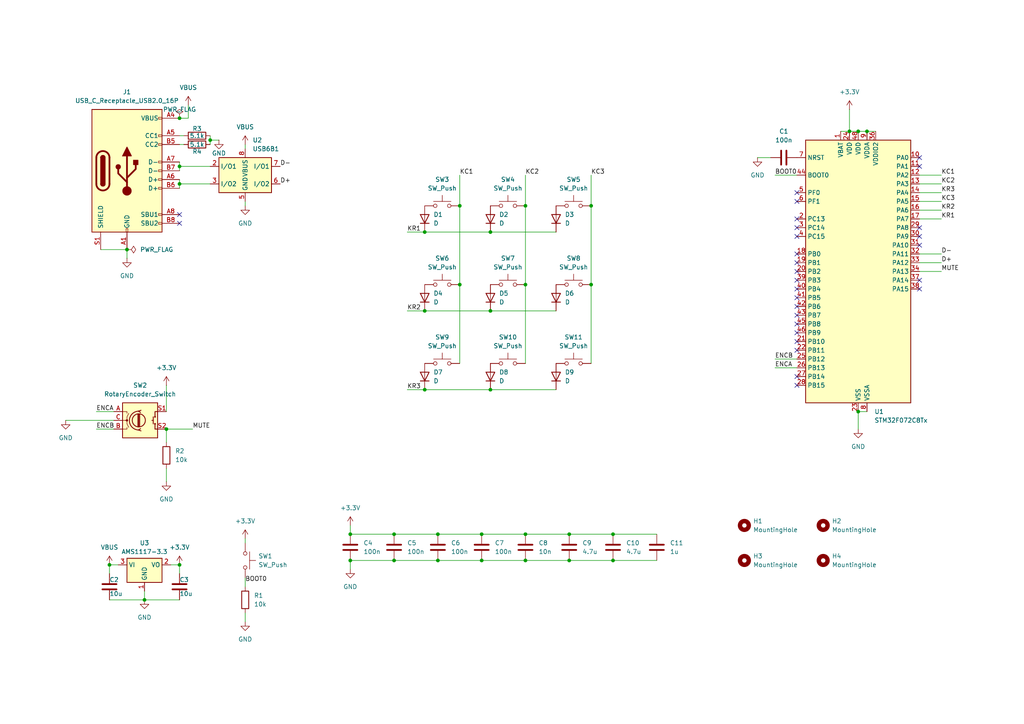
<source format=kicad_sch>
(kicad_sch (version 20250114) (generator "eeschema") (generator_version "9.0")
  (paper "A4")
  (lib_symbols
    (symbol "Connector:USB_C_Receptacle_USB2.0_16P" (pin_names (offset 1.016))
      (property "Reference" "J" (at 0 22.225 0))
      (property "Value" "USB_C_Receptacle_USB2.0_16P" (at 0 19.685 0))
      (symbol "USB_C_Receptacle_USB2.0_16P_0_0"
        (rectangle (start -0.254 -17.78) (end 0.254 -16.764))
        (rectangle (start 10.16 15.494) (end 9.144 14.986))
        (rectangle (start 10.16 10.414) (end 9.144 9.906))
        (rectangle (start 10.16 7.874) (end 9.144 7.366))
        (rectangle (start 10.16 2.794) (end 9.144 2.286))
        (rectangle (start 10.16 0.254) (end 9.144 -0.254))
        (rectangle (start 10.16 -2.286) (end 9.144 -2.794))
        (rectangle (start 10.16 -4.826) (end 9.144 -5.334))
        (rectangle (start 10.16 -12.446) (end 9.144 -12.954))
        (rectangle (start 10.16 -14.986) (end 9.144 -15.494))
      )
      (symbol "USB_C_Receptacle_USB2.0_16P_0_1"
        (rectangle (start -10.16 17.78) (end 10.16 -17.78) (stroke (width 0.254)) (fill (type background)))
        (polyline (pts (xy -8.89 -3.81) (xy -8.89 3.81)) (stroke (width 0.508)))
        (rectangle (start -7.62 -3.81) (end -6.35 3.81) (stroke (width 0.254)) (fill (type outline)))
        (arc (start -7.62 3.81) (mid -6.985 4.4423) (end -6.35 3.81) (stroke (width 0.254)))
        (arc (start -7.62 3.81) (mid -6.985 4.4423) (end -6.35 3.81) (stroke (width 0.254)) (fill (type outline)))
        (arc (start -8.89 3.81) (mid -6.985 5.7067) (end -5.08 3.81) (stroke (width 0.508)))
        (arc (start -5.08 -3.81) (mid -6.985 -5.7067) (end -8.89 -3.81) (stroke (width 0.508)))
        (arc (start -6.35 -3.81) (mid -6.985 -4.4423) (end -7.62 -3.81) (stroke (width 0.254)))
        (arc (start -6.35 -3.81) (mid -6.985 -4.4423) (end -7.62 -3.81) (stroke (width 0.254)) (fill (type outline)))
        (polyline (pts (xy -5.08 3.81) (xy -5.08 -3.81)) (stroke (width 0.508)))
        (circle (center -2.54 1.143) (radius 0.635) (stroke (width 0.254)) (fill (type outline)))
        (polyline (pts (xy -1.27 4.318) (xy 0 6.858) (xy 1.27 4.318) (xy -1.27 4.318)) (stroke (width 0.254)) (fill (type outline)))
        (polyline (pts (xy 0 -2.032) (xy 2.54 0.508) (xy 2.54 1.778)) (stroke (width 0.508)))
        (polyline (pts (xy 0 -3.302) (xy -2.54 -0.762) (xy -2.54 0.508)) (stroke (width 0.508)))
        (polyline (pts (xy 0 -5.842) (xy 0 4.318)) (stroke (width 0.508)))
        (circle (center 0 -5.842) (radius 1.27) (fill (type outline)))
        (rectangle (start 1.905 1.778) (end 3.175 3.048) (stroke (width 0.254)) (fill (type outline)))
      )
      (symbol "USB_C_Receptacle_USB2.0_16P_1_1"
        (pin passive line (at -7.62 -22.86 90) (length 5.08) (name "SHIELD") (number "S1"))
        (pin passive line (at 0 -22.86 90) (length 5.08) (name "GND") (number "A1"))
        (pin passive line (at 0 -22.86 90) (length 5.08) (hide yes) (name "GND") (number "A12"))
        (pin passive line (at 0 -22.86 90) (length 5.08) (hide yes) (name "GND") (number "B1"))
        (pin passive line (at 0 -22.86 90) (length 5.08) (hide yes) (name "GND") (number "B12"))
        (pin passive line (at 15.24 15.24 180) (length 5.08) (name "VBUS") (number "A4"))
        (pin passive line (at 15.24 15.24 180) (length 5.08) (hide yes) (name "VBUS") (number "A9"))
        (pin passive line (at 15.24 15.24 180) (length 5.08) (hide yes) (name "VBUS") (number "B4"))
        (pin passive line (at 15.24 15.24 180) (length 5.08) (hide yes) (name "VBUS") (number "B9"))
        (pin bidirectional line (at 15.24 10.16 180) (length 5.08) (name "CC1") (number "A5"))
        (pin bidirectional line (at 15.24 7.62 180) (length 5.08) (name "CC2") (number "B5"))
        (pin bidirectional line (at 15.24 2.54 180) (length 5.08) (name "D-") (number "A7"))
        (pin bidirectional line (at 15.24 0 180) (length 5.08) (name "D-") (number "B7"))
        (pin bidirectional line (at 15.24 -2.54 180) (length 5.08) (name "D+") (number "A6"))
        (pin bidirectional line (at 15.24 -5.08 180) (length 5.08) (name "D+") (number "B6"))
        (pin bidirectional line (at 15.24 -12.7 180) (length 5.08) (name "SBU1") (number "A8"))
        (pin bidirectional line (at 15.24 -15.24 180) (length 5.08) (name "SBU2") (number "B8"))
      )
    )
    (symbol "Device:C" (pin_numbers (hide yes)) (pin_names (offset 0.254))
      (property "Reference" "C" (at 0.635 2.54 0))
      (property "Value" "C" (at 0.635 -2.54 0))
      (symbol "C_0_1"
        (polyline (pts (xy -2.032 0.762) (xy 2.032 0.762)) (stroke (width 0.508)))
        (polyline (pts (xy -2.032 -0.762) (xy 2.032 -0.762)) (stroke (width 0.508)))
      )
      (symbol "C_1_1"
        (pin passive line (at 0 3.81 270) (length 2.794) (name "~") (number "1"))
        (pin passive line (at 0 -3.81 90) (length 2.794) (name "~") (number "2"))
      )
    )
    (symbol "Device:D" (pin_numbers (hide yes)) (pin_names (offset 1.016) (hide yes))
      (property "Reference" "D" (at 0 2.54 0))
      (property "Value" "D" (at 0 -2.54 0))
      (symbol "D_0_1"
        (polyline (pts (xy -1.27 1.27) (xy -1.27 -1.27)) (stroke (width 0.254)))
        (polyline (pts (xy 1.27 1.27) (xy 1.27 -1.27) (xy -1.27 0) (xy 1.27 1.27)) (stroke (width 0.254)))
        (polyline (pts (xy 1.27 0) (xy -1.27 0)))
      )
      (symbol "D_1_1"
        (pin passive line (at -3.81 0 0) (length 2.54) (name "K") (number "1"))
        (pin passive line (at 3.81 0 180) (length 2.54) (name "A") (number "2"))
      )
    )
    (symbol "Device:R" (pin_numbers (hide yes)) (pin_names (offset 0))
      (property "Reference" "R" (at 2.032 0 90))
      (property "Value" "R" (at 0 0 90))
      (symbol "R_0_1"
        (rectangle (start -1.016 -2.54) (end 1.016 2.54) (stroke (width 0.254)))
      )
      (symbol "R_1_1"
        (pin passive line (at 0 3.81 270) (length 1.27) (name "~") (number "1"))
        (pin passive line (at 0 -3.81 90) (length 1.27) (name "~") (number "2"))
      )
    )
    (symbol "Device:RotaryEncoder_Switch" (pin_names (offset 0.254) (hide yes))
      (property "Reference" "SW" (at 0 6.604 0))
      (property "Value" "RotaryEncoder_Switch" (at 0 -6.604 0))
      (symbol "RotaryEncoder_Switch_0_1"
        (rectangle (start -5.08 5.08) (end 5.08 -5.08) (stroke (width 0.254)) (fill (type background)))
        (polyline (pts (xy -5.08 2.54) (xy -3.81 2.54) (xy -3.81 2.032)))
        (polyline (pts (xy -5.08 0) (xy -3.81 0) (xy -3.81 -1.016) (xy -3.302 -2.032)))
        (polyline (pts (xy -5.08 -2.54) (xy -3.81 -2.54) (xy -3.81 -2.032)))
        (polyline (pts (xy -4.318 0) (xy -3.81 0) (xy -3.81 1.016) (xy -3.302 2.032)))
        (circle (center -3.81 0) (radius 0.254) (fill (type outline)))
        (polyline (pts (xy -0.635 -1.778) (xy -0.635 1.778)) (stroke (width 0.254)))
        (circle (center -0.381 0) (radius 1.905) (stroke (width 0.254)))
        (polyline (pts (xy -0.381 -1.778) (xy -0.381 1.778)) (stroke (width 0.254)))
        (arc (start -0.381 -2.794) (mid -3.0988 -0.0635) (end -0.381 2.667) (stroke (width 0.254)))
        (polyline (pts (xy -0.127 1.778) (xy -0.127 -1.778)) (stroke (width 0.254)))
        (polyline (pts (xy 0.254 2.921) (xy -0.508 2.667) (xy 0.127 2.286)) (stroke (width 0.254)))
        (polyline (pts (xy 0.254 -3.048) (xy -0.508 -2.794) (xy 0.127 -2.413)) (stroke (width 0.254)))
        (polyline (pts (xy 3.81 1.016) (xy 3.81 -1.016)) (stroke (width 0.254)))
        (polyline (pts (xy 3.81 0) (xy 3.429 0)) (stroke (width 0.254)))
        (circle (center 4.318 1.016) (radius 0.127) (stroke (width 0.254)))
        (circle (center 4.318 -1.016) (radius 0.127) (stroke (width 0.254)))
        (polyline (pts (xy 5.08 2.54) (xy 4.318 2.54) (xy 4.318 1.016)) (stroke (width 0.254)))
        (polyline (pts (xy 5.08 -2.54) (xy 4.318 -2.54) (xy 4.318 -1.016)) (stroke (width 0.254)))
      )
      (symbol "RotaryEncoder_Switch_1_1"
        (pin passive line (at -7.62 2.54 0) (length 2.54) (name "A") (number "A"))
        (pin passive line (at -7.62 0 0) (length 2.54) (name "C") (number "C"))
        (pin passive line (at -7.62 -2.54 0) (length 2.54) (name "B") (number "B"))
        (pin passive line (at 7.62 2.54 180) (length 2.54) (name "S1") (number "S1"))
        (pin passive line (at 7.62 -2.54 180) (length 2.54) (name "S2") (number "S2"))
      )
    )
    (symbol "MCU_ST_STM32F0:STM32F072C8Tx"
      (property "Reference" "U" (at -15.24 39.37 0))
      (property "Value" "STM32F072C8Tx" (at 7.62 39.37 0))
      (symbol "STM32F072C8Tx_0_1"
        (rectangle (start -15.24 -38.1) (end 15.24 38.1) (stroke (width 0.254)) (fill (type background)))
      )
      (symbol "STM32F072C8Tx_1_1"
        (pin input line (at -17.78 33.02 0) (length 2.54) (name "NRST") (number "7"))
        (pin input line (at -17.78 27.94 0) (length 2.54) (name "BOOT0") (number "44"))
        (pin bidirectional line (at -17.78 22.86 0) (length 2.54) (name "PF0") (number "5"))
        (pin bidirectional line (at -17.78 20.32 0) (length 2.54) (name "PF1") (number "6"))
        (pin bidirectional line (at -17.78 15.24 0) (length 2.54) (name "PC13") (number "2"))
        (pin bidirectional line (at -17.78 12.7 0) (length 2.54) (name "PC14") (number "3"))
        (pin bidirectional line (at -17.78 10.16 0) (length 2.54) (name "PC15") (number "4"))
        (pin bidirectional line (at -17.78 5.08 0) (length 2.54) (name "PB0") (number "18"))
        (pin bidirectional line (at -17.78 2.54 0) (length 2.54) (name "PB1") (number "19"))
        (pin bidirectional line (at -17.78 0 0) (length 2.54) (name "PB2") (number "20"))
        (pin bidirectional line (at -17.78 -2.54 0) (length 2.54) (name "PB3") (number "39"))
        (pin bidirectional line (at -17.78 -5.08 0) (length 2.54) (name "PB4") (number "40"))
        (pin bidirectional line (at -17.78 -7.62 0) (length 2.54) (name "PB5") (number "41"))
        (pin bidirectional line (at -17.78 -10.16 0) (length 2.54) (name "PB6") (number "42"))
        (pin bidirectional line (at -17.78 -12.7 0) (length 2.54) (name "PB7") (number "43"))
        (pin bidirectional line (at -17.78 -15.24 0) (length 2.54) (name "PB8") (number "45"))
        (pin bidirectional line (at -17.78 -17.78 0) (length 2.54) (name "PB9") (number "46"))
        (pin bidirectional line (at -17.78 -20.32 0) (length 2.54) (name "PB10") (number "21"))
        (pin bidirectional line (at -17.78 -22.86 0) (length 2.54) (name "PB11") (number "22"))
        (pin bidirectional line (at -17.78 -25.4 0) (length 2.54) (name "PB12") (number "25"))
        (pin bidirectional line (at -17.78 -27.94 0) (length 2.54) (name "PB13") (number "26"))
        (pin bidirectional line (at -17.78 -30.48 0) (length 2.54) (name "PB14") (number "27"))
        (pin bidirectional line (at -17.78 -33.02 0) (length 2.54) (name "PB15") (number "28"))
        (pin power_in line (at -5.08 40.64 270) (length 2.54) (name "VBAT") (number "1"))
        (pin power_in line (at -2.54 40.64 270) (length 2.54) (name "VDD") (number "24"))
        (pin power_in line (at 0 40.64 270) (length 2.54) (name "VDD") (number "48"))
        (pin power_in line (at 0 -40.64 90) (length 2.54) (name "VSS") (number "23"))
        (pin passive line (at 0 -40.64 90) (length 2.54) (hide yes) (name "VSS") (number "35"))
        (pin passive line (at 0 -40.64 90) (length 2.54) (hide yes) (name "VSS") (number "47"))
        (pin power_in line (at 2.54 40.64 270) (length 2.54) (name "VDDA") (number "9"))
        (pin power_in line (at 2.54 -40.64 90) (length 2.54) (name "VSSA") (number "8"))
        (pin power_in line (at 5.08 40.64 270) (length 2.54) (name "VDDIO2") (number "36"))
        (pin bidirectional line (at 17.78 33.02 180) (length 2.54) (name "PA0") (number "10"))
        (pin bidirectional line (at 17.78 30.48 180) (length 2.54) (name "PA1") (number "11"))
        (pin bidirectional line (at 17.78 27.94 180) (length 2.54) (name "PA2") (number "12"))
        (pin bidirectional line (at 17.78 25.4 180) (length 2.54) (name "PA3") (number "13"))
        (pin bidirectional line (at 17.78 22.86 180) (length 2.54) (name "PA4") (number "14"))
        (pin bidirectional line (at 17.78 20.32 180) (length 2.54) (name "PA5") (number "15"))
        (pin bidirectional line (at 17.78 17.78 180) (length 2.54) (name "PA6") (number "16"))
        (pin bidirectional line (at 17.78 15.24 180) (length 2.54) (name "PA7") (number "17"))
        (pin bidirectional line (at 17.78 12.7 180) (length 2.54) (name "PA8") (number "29"))
        (pin bidirectional line (at 17.78 10.16 180) (length 2.54) (name "PA9") (number "30"))
        (pin bidirectional line (at 17.78 7.62 180) (length 2.54) (name "PA10") (number "31"))
        (pin bidirectional line (at 17.78 5.08 180) (length 2.54) (name "PA11") (number "32"))
        (pin bidirectional line (at 17.78 2.54 180) (length 2.54) (name "PA12") (number "33"))
        (pin bidirectional line (at 17.78 0 180) (length 2.54) (name "PA13") (number "34"))
        (pin bidirectional line (at 17.78 -2.54 180) (length 2.54) (name "PA14") (number "37"))
        (pin bidirectional line (at 17.78 -5.08 180) (length 2.54) (name "PA15") (number "38"))
      )
    )
    (symbol "Mechanical:MountingHole" (pin_names (offset 1.016)) (in_bom no)
      (property "Reference" "H" (at 0 5.08 0))
      (property "Value" "MountingHole" (at 0 3.175 0))
      (symbol "MountingHole_0_1"
        (circle (center 0 0) (radius 1.27) (stroke (width 1.27)))
      )
    )
    (symbol "Power_Protection:USB6B1"
      (property "Reference" "U" (at 6.35 6.35 0))
      (property "Value" "USB6B1" (at 5.08 -6.35 0))
      (symbol "USB6B1_0_1"
        (rectangle (start -7.62 -5.08) (end 7.62 5.08) (stroke (width 0.254)) (fill (type background)))
      )
      (symbol "USB6B1_1_1"
        (pin passive line (at -10.16 2.54 0) (length 2.54) (name "I/O1") (number "2"))
        (pin passive line (at -10.16 -2.54 0) (length 2.54) (name "I/O2") (number "3"))
        (pin passive line (at 0 7.62 270) (length 2.54) (hide yes) (name "VBUS") (number "1"))
        (pin passive line (at 0 7.62 270) (length 2.54) (name "VBUS") (number "8"))
        (pin passive line (at 0 -7.62 90) (length 2.54) (hide yes) (name "GND") (number "4"))
        (pin passive line (at 0 -7.62 90) (length 2.54) (name "GND") (number "5"))
        (pin passive line (at 10.16 2.54 180) (length 2.54) (name "I/O1") (number "7"))
        (pin passive line (at 10.16 -2.54 180) (length 2.54) (name "I/O2") (number "6"))
      )
    )
    (symbol "Regulator_Linear:AMS1117-3.3"
      (property "Reference" "U" (at -3.81 3.175 0))
      (property "Value" "AMS1117-3.3" (at 0 3.175 0))
      (symbol "AMS1117-3.3_0_1"
        (rectangle (start -5.08 -5.08) (end 5.08 1.905) (stroke (width 0.254)) (fill (type background)))
      )
      (symbol "AMS1117-3.3_1_1"
        (pin power_in line (at -7.62 0 0) (length 2.54) (name "VI") (number "3"))
        (pin power_in line (at 0 -7.62 90) (length 2.54) (name "GND") (number "1"))
        (pin power_out line (at 7.62 0 180) (length 2.54) (name "VO") (number "2"))
      )
    )
    (symbol "Switch:SW_Push" (pin_numbers (hide yes)) (pin_names (offset 1.016) (hide yes))
      (property "Reference" "SW" (at 1.27 2.54 0))
      (property "Value" "SW_Push" (at 0 -1.524 0))
      (symbol "SW_Push_0_1"
        (circle (center -2.032 0) (radius 0.508))
        (polyline (pts (xy 0 1.27) (xy 0 3.048)))
        (circle (center 2.032 0) (radius 0.508))
        (polyline (pts (xy 2.54 1.27) (xy -2.54 1.27)))
        (pin passive line (at -5.08 0 0) (length 2.54) (name "1") (number "1"))
        (pin passive line (at 5.08 0 180) (length 2.54) (name "2") (number "2"))
      )
    )
    (symbol "power:+3.3V" (power) (pin_numbers (hide yes)) (pin_names (offset 0) (hide yes))
      (property "Value" "+3.3V" (at 0 3.556 0))
      (symbol "+3.3V_0_1"
        (polyline (pts (xy -0.762 1.27) (xy 0 2.54)))
        (polyline (pts (xy 0 2.54) (xy 0.762 1.27)))
        (polyline (pts (xy 0 0) (xy 0 2.54)))
      )
      (symbol "+3.3V_1_1"
        (pin power_in line (at 0 0 90) (length 0) (name "~") (number "1"))
      )
    )
    (symbol "power:GND" (power) (pin_numbers (hide yes)) (pin_names (offset 0) (hide yes))
      (property "Value" "GND" (at 0 -3.81 0))
      (symbol "GND_0_1"
        (polyline (pts (xy 0 0) (xy 0 -1.27) (xy 1.27 -1.27) (xy 0 -2.54) (xy -1.27 -1.27) (xy 0 -1.27)))
      )
      (symbol "GND_1_1"
        (pin power_in line (at 0 0 270) (length 0) (name "~") (number "1"))
      )
    )
    (symbol "power:PWR_FLAG" (power) (pin_numbers (hide yes)) (pin_names (offset 0) (hide yes))
      (property "Value" "PWR_FLAG" (at 0 3.81 0))
      (symbol "PWR_FLAG_0_0"
        (pin power_out line (at 0 0 90) (length 0) (name "~") (number "1"))
      )
      (symbol "PWR_FLAG_0_1"
        (polyline (pts (xy 0 0) (xy 0 1.27) (xy -1.016 1.905) (xy 0 2.54) (xy 1.016 1.905) (xy 0 1.27)))
      )
    )
    (symbol "power:VBUS" (power) (pin_numbers (hide yes)) (pin_names (offset 0) (hide yes))
      (property "Value" "VBUS" (at 0 3.556 0))
      (symbol "VBUS_0_1"
        (polyline (pts (xy -0.762 1.27) (xy 0 2.54)))
        (polyline (pts (xy 0 2.54) (xy 0.762 1.27)))
        (polyline (pts (xy 0 0) (xy 0 2.54)))
      )
      (symbol "VBUS_1_1"
        (pin power_in line (at 0 0 90) (length 0) (name "~") (number "1"))
      )
    )
  )
  (junction (at 52.07 163.83))
  (junction (at 139.7 162.56))
  (junction (at 127 162.56))
  (junction (at 31.75 163.83))
  (junction (at 165.1 154.94))
  (junction (at 123.19 113.03))
  (junction (at 123.19 90.17))
  (junction (at 101.6 154.94))
  (junction (at 246.38 38.1))
  (junction (at 152.4 154.94))
  (junction (at 48.26 124.46))
  (junction (at 142.24 67.31))
  (junction (at 133.35 59.69))
  (junction (at 177.8 154.94))
  (junction (at 142.24 113.03))
  (junction (at 152.4 59.69))
  (junction (at 142.24 90.17))
  (junction (at 177.8 162.56))
  (junction (at 60.96 40.64))
  (junction (at 36.83 72.39))
  (junction (at 127 154.94))
  (junction (at 171.45 59.69))
  (junction (at 114.3 162.56))
  (junction (at 101.6 162.56))
  (junction (at 139.7 154.94))
  (junction (at 41.91 173.99))
  (junction (at 114.3 154.94))
  (junction (at 248.92 38.1))
  (junction (at 52.07 34.29))
  (junction (at 123.19 67.31))
  (junction (at 165.1 162.56))
  (junction (at 248.92 119.38))
  (junction (at 152.4 82.55))
  (junction (at 52.07 53.34))
  (junction (at 133.35 82.55))
  (junction (at 52.07 48.26))
  (junction (at 152.4 162.56))
  (junction (at 171.45 82.55))
  (junction (at 251.46 38.1))
  (no_connect (at 231.14 109.22))
  (no_connect (at 231.14 91.44))
  (no_connect (at 231.14 88.9))
  (no_connect (at 52.07 64.77))
  (no_connect (at 266.7 68.58))
  (no_connect (at 231.14 81.28))
  (no_connect (at 231.14 73.66))
  (no_connect (at 231.14 63.5))
  (no_connect (at 231.14 83.82))
  (no_connect (at 231.14 111.76))
  (no_connect (at 231.14 76.2))
  (no_connect (at 231.14 58.42))
  (no_connect (at 266.7 71.12))
  (no_connect (at 52.07 62.23))
  (no_connect (at 231.14 68.58))
  (no_connect (at 231.14 101.6))
  (no_connect (at 266.7 81.28))
  (no_connect (at 231.14 86.36))
  (no_connect (at 231.14 78.74))
  (no_connect (at 266.7 45.72))
  (no_connect (at 231.14 96.52))
  (no_connect (at 231.14 93.98))
  (no_connect (at 266.7 83.82))
  (no_connect (at 231.14 55.88))
  (no_connect (at 266.7 66.04))
  (no_connect (at 266.7 48.26))
  (no_connect (at 231.14 66.04))
  (no_connect (at 231.14 99.06))
  (wire (pts (xy 139.7 162.56) (xy 152.4 162.56)))
  (wire (pts (xy 248.92 119.38) (xy 251.46 119.38)))
  (wire (pts (xy 243.84 38.1) (xy 246.38 38.1)))
  (wire (pts (xy 52.07 163.83) (xy 52.07 166.37)))
  (wire (pts (xy 29.21 72.39) (xy 36.83 72.39)))
  (wire (pts (xy 53.34 41.91) (xy 52.07 41.91)))
  (wire (pts (xy 101.6 154.94) (xy 114.3 154.94)))
  (wire (pts (xy 36.83 74.93) (xy 36.83 72.39)))
  (wire (pts (xy 246.38 38.1) (xy 248.92 38.1)))
  (wire (pts (xy 133.35 59.69) (xy 133.35 82.55)))
  (wire (pts (xy 48.26 111.76) (xy 48.26 119.38)))
  (wire (pts (xy 55.88 124.46) (xy 48.26 124.46)))
  (wire (pts (xy 71.12 41.91) (xy 71.12 43.18)))
  (wire (pts (xy 101.6 152.4) (xy 101.6 154.94)))
  (wire (pts (xy 71.12 167.64) (xy 71.12 170.18)))
  (wire (pts (xy 165.1 162.56) (xy 177.8 162.56)))
  (wire (pts (xy 152.4 82.55) (xy 152.4 105.41)))
  (wire (pts (xy 52.07 163.83) (xy 49.53 163.83)))
  (wire (pts (xy 60.96 40.64) (xy 60.96 41.91)))
  (wire (pts (xy 266.7 50.8) (xy 273.05 50.8)))
  (wire (pts (xy 224.79 104.14) (xy 231.14 104.14)))
  (wire (pts (xy 118.11 113.03) (xy 123.19 113.03)))
  (wire (pts (xy 31.75 163.83) (xy 31.75 166.37)))
  (wire (pts (xy 266.7 60.96) (xy 273.05 60.96)))
  (wire (pts (xy 123.19 67.31) (xy 142.24 67.31)))
  (wire (pts (xy 114.3 162.56) (xy 127 162.56)))
  (wire (pts (xy 142.24 113.03) (xy 161.29 113.03)))
  (wire (pts (xy 127 154.94) (xy 139.7 154.94)))
  (wire (pts (xy 224.79 106.68) (xy 231.14 106.68)))
  (wire (pts (xy 71.12 156.21) (xy 71.12 157.48)))
  (wire (pts (xy 101.6 162.56) (xy 101.6 165.1)))
  (wire (pts (xy 118.11 90.17) (xy 123.19 90.17)))
  (wire (pts (xy 171.45 50.8) (xy 171.45 59.69)))
  (wire (pts (xy 31.75 173.99) (xy 41.91 173.99)))
  (wire (pts (xy 224.79 50.8) (xy 231.14 50.8)))
  (wire (pts (xy 71.12 177.8) (xy 71.12 180.34)))
  (wire (pts (xy 152.4 154.94) (xy 165.1 154.94)))
  (wire (pts (xy 177.8 162.56) (xy 190.5 162.56)))
  (wire (pts (xy 152.4 162.56) (xy 165.1 162.56)))
  (wire (pts (xy 114.3 154.94) (xy 127 154.94)))
  (wire (pts (xy 266.7 53.34) (xy 273.05 53.34)))
  (wire (pts (xy 101.6 162.56) (xy 114.3 162.56)))
  (wire (pts (xy 127 162.56) (xy 139.7 162.56)))
  (wire (pts (xy 19.05 121.92) (xy 33.02 121.92)))
  (wire (pts (xy 31.75 163.83) (xy 34.29 163.83)))
  (wire (pts (xy 266.7 76.2) (xy 273.05 76.2)))
  (wire (pts (xy 246.38 31.75) (xy 246.38 38.1)))
  (wire (pts (xy 27.94 124.46) (xy 33.02 124.46)))
  (wire (pts (xy 219.71 45.72) (xy 223.52 45.72)))
  (wire (pts (xy 266.7 73.66) (xy 273.05 73.66)))
  (wire (pts (xy 123.19 113.03) (xy 142.24 113.03)))
  (wire (pts (xy 266.7 78.74) (xy 273.05 78.74)))
  (wire (pts (xy 60.96 40.64) (xy 63.5 40.64)))
  (wire (pts (xy 41.91 173.99) (xy 52.07 173.99)))
  (wire (pts (xy 60.96 39.37) (xy 60.96 40.64)))
  (wire (pts (xy 177.8 154.94) (xy 190.5 154.94)))
  (wire (pts (xy 248.92 119.38) (xy 248.92 124.46)))
  (wire (pts (xy 52.07 48.26) (xy 60.96 48.26)))
  (wire (pts (xy 266.7 58.42) (xy 273.05 58.42)))
  (wire (pts (xy 52.07 53.34) (xy 60.96 53.34)))
  (wire (pts (xy 48.26 139.7) (xy 48.26 135.89)))
  (wire (pts (xy 142.24 67.31) (xy 161.29 67.31)))
  (wire (pts (xy 139.7 154.94) (xy 152.4 154.94)))
  (wire (pts (xy 53.34 39.37) (xy 52.07 39.37)))
  (wire (pts (xy 52.07 53.34) (xy 52.07 54.61)))
  (wire (pts (xy 118.11 67.31) (xy 123.19 67.31)))
  (wire (pts (xy 165.1 154.94) (xy 177.8 154.94)))
  (wire (pts (xy 152.4 50.8) (xy 152.4 59.69)))
  (wire (pts (xy 142.24 90.17) (xy 161.29 90.17)))
  (wire (pts (xy 71.12 59.69) (xy 71.12 58.42)))
  (wire (pts (xy 133.35 82.55) (xy 133.35 105.41)))
  (wire (pts (xy 251.46 38.1) (xy 254 38.1)))
  (wire (pts (xy 266.7 55.88) (xy 273.05 55.88)))
  (wire (pts (xy 123.19 90.17) (xy 142.24 90.17)))
  (wire (pts (xy 41.91 173.99) (xy 41.91 171.45)))
  (wire (pts (xy 171.45 59.69) (xy 171.45 82.55)))
  (wire (pts (xy 54.61 34.29) (xy 52.07 34.29)))
  (wire (pts (xy 266.7 63.5) (xy 273.05 63.5)))
  (wire (pts (xy 248.92 38.1) (xy 251.46 38.1)))
  (wire (pts (xy 52.07 52.07) (xy 52.07 53.34)))
  (wire (pts (xy 52.07 48.26) (xy 52.07 49.53)))
  (wire (pts (xy 52.07 46.99) (xy 52.07 48.26)))
  (wire (pts (xy 54.61 30.48) (xy 54.61 34.29)))
  (wire (pts (xy 48.26 124.46) (xy 48.26 128.27)))
  (wire (pts (xy 171.45 82.55) (xy 171.45 105.41)))
  (wire (pts (xy 133.35 50.8) (xy 133.35 59.69)))
  (wire (pts (xy 152.4 59.69) (xy 152.4 82.55)))
  (wire (pts (xy 27.94 119.38) (xy 33.02 119.38)))
  (label "KC3" (at 171.45 50.8 0))
  (label "KC3" (at 273.05 58.42 0))
  (label "ENCB" (at 27.94 124.46 0))
  (label "D-" (at 273.05 73.66 0))
  (label "KR3" (at 273.05 55.88 0))
  (label "D-" (at 81.28 48.26 0))
  (label "BOOT0" (at 71.12 168.91 0))
  (label "D+" (at 81.28 53.34 0))
  (label "KR2" (at 118.11 90.17 0))
  (label "KR2" (at 273.05 60.96 0))
  (label "KC1" (at 133.35 50.8 0))
  (label "KR3" (at 118.11 113.03 0))
  (label "KR1" (at 118.11 67.31 0))
  (label "KC2" (at 152.4 50.8 0))
  (label "MUTE" (at 273.05 78.74 0))
  (label "MUTE" (at 55.88 124.46 0))
  (label "ENCB" (at 224.79 104.14 0))
  (label "KC2" (at 273.05 53.34 0))
  (label "BOOT0" (at 224.79 50.8 0))
  (label "ENCA" (at 224.79 106.68 0))
  (label "KC1" (at 273.05 50.8 0))
  (label "D+" (at 273.05 76.2 0))
  (label "ENCA" (at 27.94 119.38 0))
  (label "KR1" (at 273.05 63.5 0))
  (symbol (lib_id "Switch:SW_Push") (at 71.12 162.56 270) (unit 1)
    (property "Reference" "SW1" (at 74.93 161.2899 90) (effects (justify left)))
    (property "Value" "SW_Push" (at 74.93 163.8299 90) (effects (justify left)))
    (property "Footprint" "Button_Switch_SMD:SW_SPST_B3S-1100" (effects (hide yes)))
    (property "Description" "Push button switch, generic, two pins" (effects (hide yes)))
  )
  (symbol (lib_id "Device:D") (at 123.19 109.22 90) (unit 1)
    (property "Reference" "D7" (at 125.73 107.9499 90) (effects (justify right)))
    (property "Value" "D" (at 125.73 110.4899 90) (effects (justify right)))
    (property "Footprint" "Diode_SMD:D_0805_2012Metric" (effects (hide yes)))
    (property "Description" "Diode" (effects (hide yes)))
    (property "Sim.Device" "D" (effects (hide yes)))
    (property "Sim.Pins" "1=K 2=A" (effects (hide yes)))
  )
  (symbol (lib_id "Switch:SW_Push") (at 166.37 105.41 0) (unit 1)
    (property "Reference" "SW11" (at 166.37 97.79 0))
    (property "Value" "SW_Push" (at 166.37 100.33 0))
    (property "Footprint" "PCM_Switch_Keyboard_Hotswap_Kailh:SW_Hotswap_Kailh_MX_1.00u" (effects (hide yes)))
    (property "Description" "Push button switch, generic, two pins" (effects (hide yes)))
  )
  (symbol (lib_id "Device:C") (at 190.5 158.75 0) (unit 1)
    (property "Reference" "C11" (at 194.31 157.4799 0) (effects (justify left)))
    (property "Value" "1u" (at 194.31 160.0199 0) (effects (justify left)))
    (property "Footprint" "Capacitor_SMD:C_0805_2012Metric" (effects (hide yes)))
    (property "Description" "Unpolarized capacitor" (effects (hide yes)))
  )
  (symbol (lib_id "power:VBUS") (at 54.61 30.48 0) (unit 1)
    (property "Reference" "#PWR04" (effects (hide yes)))
    (property "Value" "VBUS" (at 54.61 25.4 0))
    (property "Description" "Power symbol creates a global label with name \"VBUS\"" (effects (hide yes)))
  )
  (symbol (lib_id "Device:R") (at 57.15 41.91 90) (unit 1)
    (property "Reference" "R4" (at 57.15 43.942 90))
    (property "Value" "5.1k" (at 57.15 41.91 90))
    (property "Footprint" "Resistor_SMD:R_0805_2012Metric" (effects (hide yes)))
    (property "Description" "Resistor" (effects (hide yes)))
  )
  (symbol (lib_id "power:+3.3V") (at 101.6 152.4 0) (unit 1)
    (property "Reference" "#PWR017" (effects (hide yes)))
    (property "Value" "+3.3V" (at 101.6 147.32 0))
    (property "Description" "Power symbol creates a global label with name \"+3.3V\"" (effects (hide yes)))
  )
  (symbol (lib_id "Device:D") (at 161.29 109.22 90) (unit 1)
    (property "Reference" "D9" (at 163.83 107.9499 90) (effects (justify right)))
    (property "Value" "D" (at 163.83 110.4899 90) (effects (justify right)))
    (property "Footprint" "Diode_SMD:D_0805_2012Metric" (effects (hide yes)))
    (property "Description" "Diode" (effects (hide yes)))
    (property "Sim.Device" "D" (effects (hide yes)))
    (property "Sim.Pins" "1=K 2=A" (effects (hide yes)))
  )
  (symbol (lib_id "Mechanical:MountingHole") (at 215.9 152.4 0) (unit 1) (in_bom no)
    (property "Reference" "H1" (at 218.44 151.1299 0) (effects (justify left)))
    (property "Value" "MountingHole" (at 218.44 153.6699 0) (effects (justify left)))
    (property "Footprint" "MountingHole:MountingHole_3.2mm_M3" (effects (hide yes)))
    (property "Description" "Mounting Hole without connection" (effects (hide yes)))
  )
  (symbol (lib_id "power:VBUS") (at 31.75 163.83 0) (unit 1)
    (property "Reference" "#PWR012" (effects (hide yes)))
    (property "Value" "VBUS" (at 31.75 158.75 0))
    (property "Description" "Power symbol creates a global label with name \"VBUS\"" (effects (hide yes)))
  )
  (symbol (lib_id "Device:C") (at 31.75 170.18 0) (unit 1)
    (property "Reference" "C2" (at 31.75 168.148 0) (effects (justify left)))
    (property "Value" "10u" (at 31.75 172.212 0) (effects (justify left)))
    (property "Footprint" "Capacitor_SMD:C_0805_2012Metric" (effects (hide yes)))
    (property "Description" "Unpolarized capacitor" (effects (hide yes)))
  )
  (symbol (lib_id "power:GND") (at 36.83 74.93 0) (unit 1)
    (property "Reference" "#PWR05" (effects (hide yes)))
    (property "Value" "GND" (at 36.83 80.01 0))
    (property "Description" "Power symbol creates a global label with name \"GND\" , ground" (effects (hide yes)))
  )
  (symbol (lib_id "Device:R") (at 71.12 173.99 0) (unit 1)
    (property "Reference" "R1" (at 73.66 172.7199 0) (effects (justify left)))
    (property "Value" "10k" (at 73.66 175.2599 0) (effects (justify left)))
    (property "Footprint" "Resistor_SMD:R_0805_2012Metric" (effects (hide yes)))
    (property "Description" "Resistor" (effects (hide yes)))
  )
  (symbol (lib_id "Device:C") (at 101.6 158.75 0) (unit 1)
    (property "Reference" "C4" (at 105.41 157.4799 0) (effects (justify left)))
    (property "Value" "100n" (at 105.41 160.0199 0) (effects (justify left)))
    (property "Footprint" "Capacitor_SMD:C_0805_2012Metric" (effects (hide yes)))
    (property "Description" "Unpolarized capacitor" (effects (hide yes)))
  )
  (symbol (lib_id "Device:D") (at 142.24 86.36 90) (unit 1)
    (property "Reference" "D5" (at 144.78 85.0899 90) (effects (justify right)))
    (property "Value" "D" (at 144.78 87.6299 90) (effects (justify right)))
    (property "Footprint" "Diode_SMD:D_0805_2012Metric" (effects (hide yes)))
    (property "Description" "Diode" (effects (hide yes)))
    (property "Sim.Device" "D" (effects (hide yes)))
    (property "Sim.Pins" "1=K 2=A" (effects (hide yes)))
  )
  (symbol (lib_id "Device:D") (at 123.19 63.5 90) (unit 1)
    (property "Reference" "D1" (at 125.73 62.2299 90) (effects (justify right)))
    (property "Value" "D" (at 125.73 64.7699 90) (effects (justify right)))
    (property "Footprint" "Diode_SMD:D_0805_2012Metric" (effects (hide yes)))
    (property "Description" "Diode" (effects (hide yes)))
    (property "Sim.Device" "D" (effects (hide yes)))
    (property "Sim.Pins" "1=K 2=A" (effects (hide yes)))
  )
  (symbol (lib_id "power:GND") (at 219.71 45.72 0) (unit 1)
    (property "Reference" "#PWR03" (effects (hide yes)))
    (property "Value" "GND" (at 219.71 50.8 0))
    (property "Description" "Power symbol creates a global label with name \"GND\" , ground" (effects (hide yes)))
  )
  (symbol (lib_id "power:+3.3V") (at 52.07 163.83 0) (unit 1)
    (property "Reference" "#PWR013" (effects (hide yes)))
    (property "Value" "+3.3V" (at 52.07 158.75 0))
    (property "Description" "Power symbol creates a global label with name \"+3.3V\"" (effects (hide yes)))
  )
  (symbol (lib_id "Device:C") (at 177.8 158.75 0) (unit 1)
    (property "Reference" "C10" (at 181.61 157.4799 0) (effects (justify left)))
    (property "Value" "4.7u" (at 181.61 160.0199 0) (effects (justify left)))
    (property "Footprint" "Capacitor_SMD:C_0805_2012Metric" (effects (hide yes)))
    (property "Description" "Unpolarized capacitor" (effects (hide yes)))
  )
  (symbol (lib_id "Device:C") (at 114.3 158.75 0) (unit 1)
    (property "Reference" "C5" (at 118.11 157.4799 0) (effects (justify left)))
    (property "Value" "100n" (at 118.11 160.0199 0) (effects (justify left)))
    (property "Footprint" "Capacitor_SMD:C_0805_2012Metric" (effects (hide yes)))
    (property "Description" "Unpolarized capacitor" (effects (hide yes)))
  )
  (symbol (lib_id "Device:C") (at 227.33 45.72 90) (unit 1)
    (property "Reference" "C1" (at 227.33 38.1 90))
    (property "Value" "100n" (at 227.33 40.64 90))
    (property "Footprint" "Capacitor_SMD:C_0805_2012Metric" (effects (hide yes)))
    (property "Description" "Unpolarized capacitor" (effects (hide yes)))
  )
  (symbol (lib_id "Device:C") (at 152.4 158.75 0) (unit 1)
    (property "Reference" "C8" (at 156.21 157.4799 0) (effects (justify left)))
    (property "Value" "10n" (at 156.21 160.0199 0) (effects (justify left)))
    (property "Footprint" "Capacitor_SMD:C_0805_2012Metric" (effects (hide yes)))
    (property "Description" "Unpolarized capacitor" (effects (hide yes)))
  )
  (symbol (lib_id "Switch:SW_Push") (at 128.27 105.41 0) (unit 1)
    (property "Reference" "SW9" (at 128.27 97.79 0))
    (property "Value" "SW_Push" (at 128.27 100.33 0))
    (property "Footprint" "PCM_Switch_Keyboard_Hotswap_Kailh:SW_Hotswap_Kailh_MX_1.00u" (effects (hide yes)))
    (property "Description" "Push button switch, generic, two pins" (effects (hide yes)))
  )
  (symbol (lib_id "power:GND") (at 41.91 173.99 0) (unit 1)
    (property "Reference" "#PWR014" (effects (hide yes)))
    (property "Value" "GND" (at 41.91 179.07 0))
    (property "Description" "Power symbol creates a global label with name \"GND\" , ground" (effects (hide yes)))
  )
  (symbol (lib_id "power:GND") (at 71.12 180.34 0) (unit 1)
    (property "Reference" "#PWR015" (effects (hide yes)))
    (property "Value" "GND" (at 71.12 185.42 0))
    (property "Description" "Power symbol creates a global label with name \"GND\" , ground" (effects (hide yes)))
  )
  (symbol (lib_id "Regulator_Linear:AMS1117-3.3") (at 41.91 163.83 0) (unit 1)
    (property "Reference" "U3" (at 41.91 157.48 0))
    (property "Value" "AMS1117-3.3" (at 41.91 160.02 0))
    (property "Footprint" "Package_TO_SOT_SMD:SOT-223-3_TabPin2" (effects (hide yes)))
    (property "Datasheet" "http://www.advanced-monolithic.com/pdf/ds1117.pdf" (effects (hide yes)))
    (property "Description" "1A Low Dropout regulator, positive, 3.3V fixed output, SOT-223" (effects (hide yes)))
  )
  (symbol (lib_id "Switch:SW_Push") (at 166.37 59.69 0) (unit 1)
    (property "Reference" "SW5" (at 166.37 52.07 0))
    (property "Value" "SW_Push" (at 166.37 54.61 0))
    (property "Footprint" "PCM_Switch_Keyboard_Hotswap_Kailh:SW_Hotswap_Kailh_MX_1.00u" (effects (hide yes)))
    (property "Description" "Push button switch, generic, two pins" (effects (hide yes)))
  )
  (symbol (lib_id "power:GND") (at 101.6 165.1 0) (unit 1)
    (property "Reference" "#PWR018" (effects (hide yes)))
    (property "Value" "GND" (at 101.6 170.18 0))
    (property "Description" "Power symbol creates a global label with name \"GND\" , ground" (effects (hide yes)))
  )
  (symbol (lib_id "power:+3.3V") (at 48.26 111.76 0) (unit 1)
    (property "Reference" "#PWR07" (effects (hide yes)))
    (property "Value" "+3.3V" (at 48.26 106.68 0))
    (property "Description" "Power symbol creates a global label with name \"+3.3V\"" (effects (hide yes)))
  )
  (symbol (lib_id "power:+3.3V") (at 71.12 156.21 0) (unit 1)
    (property "Reference" "#PWR016" (effects (hide yes)))
    (property "Value" "+3.3V" (at 71.12 151.13 0))
    (property "Description" "Power symbol creates a global label with name \"+3.3V\"" (effects (hide yes)))
  )
  (symbol (lib_id "Switch:SW_Push") (at 147.32 59.69 0) (unit 1)
    (property "Reference" "SW4" (at 147.32 52.07 0))
    (property "Value" "SW_Push" (at 147.32 54.61 0))
    (property "Footprint" "PCM_Switch_Keyboard_Hotswap_Kailh:SW_Hotswap_Kailh_MX_1.00u" (effects (hide yes)))
    (property "Description" "Push button switch, generic, two pins" (effects (hide yes)))
  )
  (symbol (lib_id "MCU_ST_STM32F0:STM32F072C8Tx") (at 248.92 78.74 0) (unit 1)
    (property "Reference" "U1" (at 253.6033 119.38 0) (effects (justify left)))
    (property "Value" "STM32F072C8Tx" (at 253.6033 121.92 0) (effects (justify left)))
    (property "Footprint" "Package_QFP:LQFP-48_7x7mm_P0.5mm" (effects (hide yes)))
    (property "Datasheet" "https://www.st.com/resource/en/datasheet/stm32f072c8.pdf" (effects (hide yes)))
    (property "Description" "STMicroelectronics Arm Cortex-M0 MCU, 64KB flash, 16KB RAM, 48 MHz, 2.0-3.6V, 37 GPIO, LQFP48" (effects (hide yes)))
  )
  (symbol (lib_id "Device:R") (at 48.26 132.08 0) (unit 1)
    (property "Reference" "R2" (at 50.8 130.8099 0) (effects (justify left)))
    (property "Value" "10k" (at 50.8 133.3499 0) (effects (justify left)))
    (property "Footprint" "Resistor_SMD:R_0805_2012Metric" (effects (hide yes)))
    (property "Description" "Resistor" (effects (hide yes)))
  )
  (symbol (lib_id "Mechanical:MountingHole") (at 238.76 162.56 0) (unit 1) (in_bom no)
    (property "Reference" "H4" (at 241.3 161.2899 0) (effects (justify left)))
    (property "Value" "MountingHole" (at 241.3 163.8299 0) (effects (justify left)))
    (property "Footprint" "MountingHole:MountingHole_3.2mm_M3" (effects (hide yes)))
    (property "Description" "Mounting Hole without connection" (effects (hide yes)))
  )
  (symbol (lib_id "Mechanical:MountingHole") (at 238.76 152.4 0) (unit 1) (in_bom no)
    (property "Reference" "H2" (at 241.3 151.1299 0) (effects (justify left)))
    (property "Value" "MountingHole" (at 241.3 153.6699 0) (effects (justify left)))
    (property "Footprint" "MountingHole:MountingHole_3.2mm_M3" (effects (hide yes)))
    (property "Description" "Mounting Hole without connection" (effects (hide yes)))
  )
  (symbol (lib_id "power:VBUS") (at 71.12 41.91 0) (unit 1)
    (property "Reference" "#PWR011" (effects (hide yes)))
    (property "Value" "VBUS" (at 71.12 36.83 0))
    (property "Description" "Power symbol creates a global label with name \"VBUS\"" (effects (hide yes)))
  )
  (symbol (lib_id "Mechanical:MountingHole") (at 215.9 162.56 0) (unit 1) (in_bom no)
    (property "Reference" "H3" (at 218.44 161.2899 0) (effects (justify left)))
    (property "Value" "MountingHole" (at 218.44 163.8299 0) (effects (justify left)))
    (property "Footprint" "MountingHole:MountingHole_3.2mm_M3" (effects (hide yes)))
    (property "Description" "Mounting Hole without connection" (effects (hide yes)))
  )
  (symbol (lib_id "power:+3.3V") (at 246.38 31.75 0) (unit 1)
    (property "Reference" "#PWR01" (effects (hide yes)))
    (property "Value" "+3.3V" (at 246.38 26.67 0))
    (property "Description" "Power symbol creates a global label with name \"+3.3V\"" (effects (hide yes)))
  )
  (symbol (lib_id "Device:R") (at 57.15 39.37 90) (unit 1)
    (property "Reference" "R3" (at 57.15 37.338 90))
    (property "Value" "5.1k" (at 57.15 39.37 90))
    (property "Footprint" "Resistor_SMD:R_0805_2012Metric" (effects (hide yes)))
    (property "Description" "Resistor" (effects (hide yes)))
  )
  (symbol (lib_id "Device:D") (at 123.19 86.36 90) (unit 1)
    (property "Reference" "D4" (at 125.73 85.0899 90) (effects (justify right)))
    (property "Value" "D" (at 125.73 87.6299 90) (effects (justify right)))
    (property "Footprint" "Diode_SMD:D_0805_2012Metric" (effects (hide yes)))
    (property "Description" "Diode" (effects (hide yes)))
    (property "Sim.Device" "D" (effects (hide yes)))
    (property "Sim.Pins" "1=K 2=A" (effects (hide yes)))
  )
  (symbol (lib_id "Switch:SW_Push") (at 147.32 105.41 0) (unit 1)
    (property "Reference" "SW10" (at 147.32 97.79 0))
    (property "Value" "SW_Push" (at 147.32 100.33 0))
    (property "Footprint" "PCM_Switch_Keyboard_Hotswap_Kailh:SW_Hotswap_Kailh_MX_1.00u" (effects (hide yes)))
    (property "Description" "Push button switch, generic, two pins" (effects (hide yes)))
  )
  (symbol (lib_id "Device:D") (at 142.24 109.22 90) (unit 1)
    (property "Reference" "D8" (at 144.78 107.9499 90) (effects (justify right)))
    (property "Value" "D" (at 144.78 110.4899 90) (effects (justify right)))
    (property "Footprint" "Diode_SMD:D_0805_2012Metric" (effects (hide yes)))
    (property "Description" "Diode" (effects (hide yes)))
    (property "Sim.Device" "D" (effects (hide yes)))
    (property "Sim.Pins" "1=K 2=A" (effects (hide yes)))
  )
  (symbol (lib_id "Device:C") (at 139.7 158.75 0) (unit 1)
    (property "Reference" "C7" (at 143.51 157.4799 0) (effects (justify left)))
    (property "Value" "100n" (at 143.51 160.0199 0) (effects (justify left)))
    (property "Footprint" "Capacitor_SMD:C_0805_2012Metric" (effects (hide yes)))
    (property "Description" "Unpolarized capacitor" (effects (hide yes)))
  )
  (symbol (lib_id "Switch:SW_Push") (at 147.32 82.55 0) (unit 1)
    (property "Reference" "SW7" (at 147.32 74.93 0))
    (property "Value" "SW_Push" (at 147.32 77.47 0))
    (property "Footprint" "PCM_Switch_Keyboard_Hotswap_Kailh:SW_Hotswap_Kailh_MX_1.00u" (effects (hide yes)))
    (property "Description" "Push button switch, generic, two pins" (effects (hide yes)))
  )
  (symbol (lib_id "power:GND") (at 19.05 121.92 0) (unit 1)
    (property "Reference" "#PWR06" (effects (hide yes)))
    (property "Value" "GND" (at 19.05 127 0))
    (property "Description" "Power symbol creates a global label with name \"GND\" , ground" (effects (hide yes)))
  )
  (symbol (lib_id "Device:C") (at 165.1 158.75 0) (unit 1)
    (property "Reference" "C9" (at 168.91 157.4799 0) (effects (justify left)))
    (property "Value" "4.7u" (at 168.91 160.0199 0) (effects (justify left)))
    (property "Footprint" "Capacitor_SMD:C_0805_2012Metric" (effects (hide yes)))
    (property "Description" "Unpolarized capacitor" (effects (hide yes)))
  )
  (symbol (lib_id "power:PWR_FLAG") (at 36.83 72.39 270) (unit 1)
    (property "Reference" "#FLG02" (effects (hide yes)))
    (property "Value" "PWR_FLAG" (at 40.64 72.3899 90) (effects (justify left)))
    (property "Description" "Special symbol for telling ERC where power comes from" (effects (hide yes)))
  )
  (symbol (lib_id "Device:D") (at 142.24 63.5 90) (unit 1)
    (property "Reference" "D2" (at 144.78 62.2299 90) (effects (justify right)))
    (property "Value" "D" (at 144.78 64.7699 90) (effects (justify right)))
    (property "Footprint" "Diode_SMD:D_0805_2012Metric" (effects (hide yes)))
    (property "Description" "Diode" (effects (hide yes)))
    (property "Sim.Device" "D" (effects (hide yes)))
    (property "Sim.Pins" "1=K 2=A" (effects (hide yes)))
  )
  (symbol (lib_id "Device:D") (at 161.29 86.36 90) (unit 1)
    (property "Reference" "D6" (at 163.83 85.0899 90) (effects (justify right)))
    (property "Value" "D" (at 163.83 87.6299 90) (effects (justify right)))
    (property "Footprint" "Diode_SMD:D_0805_2012Metric" (effects (hide yes)))
    (property "Description" "Diode" (effects (hide yes)))
    (property "Sim.Device" "D" (effects (hide yes)))
    (property "Sim.Pins" "1=K 2=A" (effects (hide yes)))
  )
  (symbol (lib_id "Connector:USB_C_Receptacle_USB2.0_16P") (at 36.83 49.53 0) (unit 1)
    (property "Reference" "J1" (at 36.83 26.67 0))
    (property "Value" "USB_C_Receptacle_USB2.0_16P" (at 36.83 29.21 0))
    (property "Footprint" "Connector_USB:USB_C_Receptacle_GCT_USB4105-xx-A_16P_TopMnt_Horizontal" (effects (hide yes)))
    (property "Datasheet" "https://www.usb.org/sites/default/files/documents/usb_type-c.zip" (effects (hide yes)))
    (property "Description" "USB 2.0-only 16P Type-C Receptacle connector" (effects (hide yes)))
  )
  (symbol (lib_id "power:GND") (at 71.12 59.69 0) (unit 1)
    (property "Reference" "#PWR010" (effects (hide yes)))
    (property "Value" "GND" (at 71.12 64.77 0))
    (property "Description" "Power symbol creates a global label with name \"GND\" , ground" (effects (hide yes)))
  )
  (symbol (lib_id "power:PWR_FLAG") (at 52.07 34.29 0) (unit 1)
    (property "Reference" "#FLG01" (effects (hide yes)))
    (property "Value" "PWR_FLAG" (at 52.07 31.75 0))
    (property "Description" "Special symbol for telling ERC where power comes from" (effects (hide yes)))
  )
  (symbol (lib_id "Switch:SW_Push") (at 128.27 59.69 0) (unit 1)
    (property "Reference" "SW3" (at 128.27 52.07 0))
    (property "Value" "SW_Push" (at 128.27 54.61 0))
    (property "Footprint" "PCM_Switch_Keyboard_Hotswap_Kailh:SW_Hotswap_Kailh_MX_1.00u" (effects (hide yes)))
    (property "Description" "Push button switch, generic, two pins" (effects (hide yes)))
  )
  (symbol (lib_id "power:GND") (at 248.92 124.46 0) (unit 1)
    (property "Reference" "#PWR02" (effects (hide yes)))
    (property "Value" "GND" (at 248.92 129.54 0))
    (property "Description" "Power symbol creates a global label with name \"GND\" , ground" (effects (hide yes)))
  )
  (symbol (lib_id "Device:C") (at 52.07 170.18 0) (unit 1)
    (property "Reference" "C3" (at 52.07 168.148 0) (effects (justify left)))
    (property "Value" "10u" (at 52.07 172.212 0) (effects (justify left)))
    (property "Footprint" "Capacitor_SMD:C_0805_2012Metric" (effects (hide yes)))
    (property "Description" "Unpolarized capacitor" (effects (hide yes)))
  )
  (symbol (lib_id "Power_Protection:USB6B1") (at 71.12 50.8 0) (unit 1)
    (property "Reference" "U2" (at 73.2633 40.64 0) (effects (justify left)))
    (property "Value" "USB6B1" (at 73.2633 43.18 0) (effects (justify left)))
    (property "Footprint" "Package_SO:SOIC-8_3.9x4.9mm_P1.27mm" (effects (hide yes)))
    (property "Datasheet" "http://www.st.com/content/ccc/resource/technical/document/datasheet/3e/ec/b2/54/b2/76/47/90/CD00001361.pdf/files/CD00001361.pdf/jcr:content/translations/en.CD00001361.pdf" (effects (hide yes)))
    (property "Description" "5V Data line protection" (effects (hide yes)))
  )
  (symbol (lib_id "Device:C") (at 127 158.75 0) (unit 1)
    (property "Reference" "C6" (at 130.81 157.4799 0) (effects (justify left)))
    (property "Value" "100n" (at 130.81 160.0199 0) (effects (justify left)))
    (property "Footprint" "Capacitor_SMD:C_0805_2012Metric" (effects (hide yes)))
    (property "Description" "Unpolarized capacitor" (effects (hide yes)))
  )
  (symbol (lib_id "power:GND") (at 48.26 139.7 0) (unit 1)
    (property "Reference" "#PWR08" (effects (hide yes)))
    (property "Value" "GND" (at 48.26 144.78 0))
    (property "Description" "Power symbol creates a global label with name \"GND\" , ground" (effects (hide yes)))
  )
  (symbol (lib_id "Device:RotaryEncoder_Switch") (at 40.64 121.92 0) (unit 1)
    (property "Reference" "SW2" (at 40.64 111.76 0))
    (property "Value" "RotaryEncoder_Switch" (at 40.64 114.3 0))
    (property "Footprint" "Rotary_Encoder:RotaryEncoder_Alps_EC11E-Switch_Vertical_H20mm" (effects (hide yes)))
    (property "Description" "Rotary encoder, dual channel, incremental quadrate outputs, with switch" (effects (hide yes)))
  )
  (symbol (lib_id "Switch:SW_Push") (at 166.37 82.55 0) (unit 1)
    (property "Reference" "SW8" (at 166.37 74.93 0))
    (property "Value" "SW_Push" (at 166.37 77.47 0))
    (property "Footprint" "PCM_Switch_Keyboard_Hotswap_Kailh:SW_Hotswap_Kailh_MX_1.00u" (effects (hide yes)))
    (property "Description" "Push button switch, generic, two pins" (effects (hide yes)))
  )
  (symbol (lib_id "Switch:SW_Push") (at 128.27 82.55 0) (unit 1)
    (property "Reference" "SW6" (at 128.27 74.93 0))
    (property "Value" "SW_Push" (at 128.27 77.47 0))
    (property "Footprint" "PCM_Switch_Keyboard_Hotswap_Kailh:SW_Hotswap_Kailh_MX_1.00u" (effects (hide yes)))
    (property "Description" "Push button switch, generic, two pins" (effects (hide yes)))
  )
  (symbol (lib_id "power:GND") (at 63.5 40.64 0) (unit 1)
    (property "Reference" "#PWR09" (effects (hide yes)))
    (property "Value" "GND" (at 63.5 44.45 0))
    (property "Description" "Power symbol creates a global label with name \"GND\" , ground" (effects (hide yes)))
  )
  (symbol (lib_id "Device:D") (at 161.29 63.5 90) (unit 1)
    (property "Reference" "D3" (at 163.83 62.2299 90) (effects (justify right)))
    (property "Value" "D" (at 163.83 64.7699 90) (effects (justify right)))
    (property "Footprint" "Diode_SMD:D_0805_2012Metric" (effects (hide yes)))
    (property "Description" "Diode" (effects (hide yes)))
    (property "Sim.Device" "D" (effects (hide yes)))
    (property "Sim.Pins" "1=K 2=A" (effects (hide yes)))
  )
)
</source>
